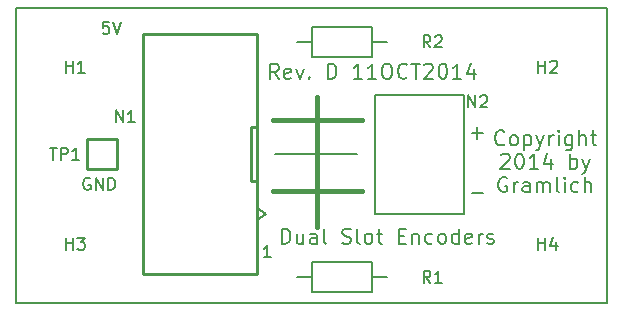
<source format=gto>
%FSLAX36Y36*%
G04 Gerber Fmt 3.6, Leading zero omitted, Abs format (unit inch)*
G04 Created by KiCad (PCBNEW (2014-jul-16 BZR unknown)-product) date Sat 11 Oct 2014 11:47:49 AM PDT*
%MOIN*%
G01*
G04 APERTURE LIST*
%ADD10C,0.003937*%
%ADD11C,0.008000*%
%ADD12C,0.015748*%
%ADD13C,0.007874*%
%ADD14C,0.005906*%
%ADD15C,0.010000*%
G04 APERTURE END LIST*
D10*
D11*
X5075000Y-4425000D02*
X4800000Y-4425000D01*
X5494048Y-4553571D02*
X5455952Y-4553571D01*
X5494048Y-4353571D02*
X5455952Y-4353571D01*
X5475000Y-4372619D02*
X5475000Y-4334524D01*
X4246190Y-3983095D02*
X4227143Y-3983095D01*
X4225238Y-4002143D01*
X4227143Y-4000238D01*
X4230952Y-3998333D01*
X4240476Y-3998333D01*
X4244286Y-4000238D01*
X4246190Y-4002143D01*
X4248095Y-4005952D01*
X4248095Y-4015476D01*
X4246190Y-4019286D01*
X4244286Y-4021190D01*
X4240476Y-4023095D01*
X4230952Y-4023095D01*
X4227143Y-4021190D01*
X4225238Y-4019286D01*
X4259524Y-3983095D02*
X4272857Y-4023095D01*
X4286190Y-3983095D01*
X4183571Y-4505000D02*
X4179762Y-4503095D01*
X4174048Y-4503095D01*
X4168333Y-4505000D01*
X4164524Y-4508810D01*
X4162619Y-4512619D01*
X4160714Y-4520238D01*
X4160714Y-4525952D01*
X4162619Y-4533571D01*
X4164524Y-4537381D01*
X4168333Y-4541190D01*
X4174048Y-4543095D01*
X4177857Y-4543095D01*
X4183571Y-4541190D01*
X4185476Y-4539286D01*
X4185476Y-4525952D01*
X4177857Y-4525952D01*
X4202619Y-4543095D02*
X4202619Y-4503095D01*
X4225476Y-4543095D01*
X4225476Y-4503095D01*
X4244524Y-4543095D02*
X4244524Y-4503095D01*
X4254048Y-4503095D01*
X4259762Y-4505000D01*
X4263571Y-4508810D01*
X4265476Y-4512619D01*
X4267381Y-4520238D01*
X4267381Y-4525952D01*
X4265476Y-4533571D01*
X4263571Y-4537381D01*
X4259762Y-4541190D01*
X4254048Y-4543095D01*
X4244524Y-4543095D01*
X4786429Y-4768095D02*
X4763571Y-4768095D01*
X4775000Y-4768095D02*
X4775000Y-4728095D01*
X4771191Y-4733810D01*
X4767381Y-4737619D01*
X4763571Y-4739524D01*
D12*
X4793307Y-4311024D02*
X5088583Y-4311024D01*
D11*
X5564286Y-4389857D02*
X5561905Y-4392238D01*
X5554762Y-4394619D01*
X5550000Y-4394619D01*
X5542857Y-4392238D01*
X5538095Y-4387476D01*
X5535714Y-4382714D01*
X5533333Y-4373190D01*
X5533333Y-4366048D01*
X5535714Y-4356524D01*
X5538095Y-4351762D01*
X5542857Y-4347000D01*
X5550000Y-4344619D01*
X5554762Y-4344619D01*
X5561905Y-4347000D01*
X5564286Y-4349381D01*
X5592857Y-4394619D02*
X5588095Y-4392238D01*
X5585714Y-4389857D01*
X5583333Y-4385095D01*
X5583333Y-4370810D01*
X5585714Y-4366048D01*
X5588095Y-4363667D01*
X5592857Y-4361286D01*
X5600000Y-4361286D01*
X5604762Y-4363667D01*
X5607143Y-4366048D01*
X5609524Y-4370810D01*
X5609524Y-4385095D01*
X5607143Y-4389857D01*
X5604762Y-4392238D01*
X5600000Y-4394619D01*
X5592857Y-4394619D01*
X5630952Y-4361286D02*
X5630952Y-4411286D01*
X5630952Y-4363667D02*
X5635714Y-4361286D01*
X5645238Y-4361286D01*
X5650000Y-4363667D01*
X5652381Y-4366048D01*
X5654762Y-4370810D01*
X5654762Y-4385095D01*
X5652381Y-4389857D01*
X5650000Y-4392238D01*
X5645238Y-4394619D01*
X5635714Y-4394619D01*
X5630952Y-4392238D01*
X5671429Y-4361286D02*
X5683333Y-4394619D01*
X5695238Y-4361286D02*
X5683333Y-4394619D01*
X5678571Y-4406524D01*
X5676191Y-4408905D01*
X5671429Y-4411286D01*
X5714286Y-4394619D02*
X5714286Y-4361286D01*
X5714286Y-4370810D02*
X5716667Y-4366048D01*
X5719048Y-4363667D01*
X5723810Y-4361286D01*
X5728571Y-4361286D01*
X5745238Y-4394619D02*
X5745238Y-4361286D01*
X5745238Y-4344619D02*
X5742857Y-4347000D01*
X5745238Y-4349381D01*
X5747619Y-4347000D01*
X5745238Y-4344619D01*
X5745238Y-4349381D01*
X5790476Y-4361286D02*
X5790476Y-4401762D01*
X5788095Y-4406524D01*
X5785714Y-4408905D01*
X5780952Y-4411286D01*
X5773810Y-4411286D01*
X5769048Y-4408905D01*
X5790476Y-4392238D02*
X5785714Y-4394619D01*
X5776191Y-4394619D01*
X5771429Y-4392238D01*
X5769048Y-4389857D01*
X5766667Y-4385095D01*
X5766667Y-4370810D01*
X5769048Y-4366048D01*
X5771429Y-4363667D01*
X5776191Y-4361286D01*
X5785714Y-4361286D01*
X5790476Y-4363667D01*
X5814286Y-4394619D02*
X5814286Y-4344619D01*
X5835714Y-4394619D02*
X5835714Y-4368429D01*
X5833333Y-4363667D01*
X5828571Y-4361286D01*
X5821429Y-4361286D01*
X5816667Y-4363667D01*
X5814286Y-4366048D01*
X5852381Y-4361286D02*
X5871429Y-4361286D01*
X5859524Y-4344619D02*
X5859524Y-4387476D01*
X5861905Y-4392238D01*
X5866667Y-4394619D01*
X5871429Y-4394619D01*
X5553571Y-4427381D02*
X5555952Y-4425000D01*
X5560714Y-4422619D01*
X5572619Y-4422619D01*
X5577381Y-4425000D01*
X5579762Y-4427381D01*
X5582143Y-4432143D01*
X5582143Y-4436905D01*
X5579762Y-4444048D01*
X5551190Y-4472619D01*
X5582143Y-4472619D01*
X5613095Y-4422619D02*
X5617857Y-4422619D01*
X5622619Y-4425000D01*
X5625000Y-4427381D01*
X5627381Y-4432143D01*
X5629762Y-4441667D01*
X5629762Y-4453571D01*
X5627381Y-4463095D01*
X5625000Y-4467857D01*
X5622619Y-4470238D01*
X5617857Y-4472619D01*
X5613095Y-4472619D01*
X5608333Y-4470238D01*
X5605952Y-4467857D01*
X5603571Y-4463095D01*
X5601190Y-4453571D01*
X5601190Y-4441667D01*
X5603571Y-4432143D01*
X5605952Y-4427381D01*
X5608333Y-4425000D01*
X5613095Y-4422619D01*
X5677381Y-4472619D02*
X5648810Y-4472619D01*
X5663095Y-4472619D02*
X5663095Y-4422619D01*
X5658333Y-4429762D01*
X5653571Y-4434524D01*
X5648810Y-4436905D01*
X5720238Y-4439286D02*
X5720238Y-4472619D01*
X5708333Y-4420238D02*
X5696429Y-4455952D01*
X5727381Y-4455952D01*
X5784524Y-4472619D02*
X5784524Y-4422619D01*
X5784524Y-4441667D02*
X5789286Y-4439286D01*
X5798810Y-4439286D01*
X5803571Y-4441667D01*
X5805952Y-4444048D01*
X5808333Y-4448810D01*
X5808333Y-4463095D01*
X5805952Y-4467857D01*
X5803571Y-4470238D01*
X5798810Y-4472619D01*
X5789286Y-4472619D01*
X5784524Y-4470238D01*
X5825000Y-4439286D02*
X5836905Y-4472619D01*
X5848810Y-4439286D02*
X5836905Y-4472619D01*
X5832143Y-4484524D01*
X5829762Y-4486905D01*
X5825000Y-4489286D01*
X5572619Y-4503000D02*
X5567857Y-4500619D01*
X5560714Y-4500619D01*
X5553571Y-4503000D01*
X5548810Y-4507762D01*
X5546429Y-4512524D01*
X5544048Y-4522048D01*
X5544048Y-4529190D01*
X5546429Y-4538714D01*
X5548810Y-4543476D01*
X5553571Y-4548238D01*
X5560714Y-4550619D01*
X5565476Y-4550619D01*
X5572619Y-4548238D01*
X5575000Y-4545857D01*
X5575000Y-4529190D01*
X5565476Y-4529190D01*
X5596429Y-4550619D02*
X5596429Y-4517286D01*
X5596429Y-4526810D02*
X5598810Y-4522048D01*
X5601190Y-4519667D01*
X5605952Y-4517286D01*
X5610714Y-4517286D01*
X5648810Y-4550619D02*
X5648810Y-4524429D01*
X5646429Y-4519667D01*
X5641667Y-4517286D01*
X5632143Y-4517286D01*
X5627381Y-4519667D01*
X5648810Y-4548238D02*
X5644048Y-4550619D01*
X5632143Y-4550619D01*
X5627381Y-4548238D01*
X5625000Y-4543476D01*
X5625000Y-4538714D01*
X5627381Y-4533952D01*
X5632143Y-4531571D01*
X5644048Y-4531571D01*
X5648810Y-4529190D01*
X5672619Y-4550619D02*
X5672619Y-4517286D01*
X5672619Y-4522048D02*
X5675000Y-4519667D01*
X5679762Y-4517286D01*
X5686905Y-4517286D01*
X5691667Y-4519667D01*
X5694048Y-4524429D01*
X5694048Y-4550619D01*
X5694048Y-4524429D02*
X5696429Y-4519667D01*
X5701190Y-4517286D01*
X5708333Y-4517286D01*
X5713095Y-4519667D01*
X5715476Y-4524429D01*
X5715476Y-4550619D01*
X5746429Y-4550619D02*
X5741667Y-4548238D01*
X5739286Y-4543476D01*
X5739286Y-4500619D01*
X5765476Y-4550619D02*
X5765476Y-4517286D01*
X5765476Y-4500619D02*
X5763095Y-4503000D01*
X5765476Y-4505381D01*
X5767857Y-4503000D01*
X5765476Y-4500619D01*
X5765476Y-4505381D01*
X5810714Y-4548238D02*
X5805952Y-4550619D01*
X5796429Y-4550619D01*
X5791667Y-4548238D01*
X5789286Y-4545857D01*
X5786905Y-4541095D01*
X5786905Y-4526810D01*
X5789286Y-4522048D01*
X5791667Y-4519667D01*
X5796429Y-4517286D01*
X5805952Y-4517286D01*
X5810714Y-4519667D01*
X5832143Y-4550619D02*
X5832143Y-4500619D01*
X5853571Y-4550619D02*
X5853571Y-4524429D01*
X5851190Y-4519667D01*
X5846429Y-4517286D01*
X5839286Y-4517286D01*
X5834524Y-4519667D01*
X5832143Y-4522048D01*
X4811905Y-4172619D02*
X4795238Y-4148810D01*
X4783333Y-4172619D02*
X4783333Y-4122619D01*
X4802381Y-4122619D01*
X4807143Y-4125000D01*
X4809524Y-4127381D01*
X4811905Y-4132143D01*
X4811905Y-4139286D01*
X4809524Y-4144048D01*
X4807143Y-4146429D01*
X4802381Y-4148810D01*
X4783333Y-4148810D01*
X4852381Y-4170238D02*
X4847619Y-4172619D01*
X4838095Y-4172619D01*
X4833333Y-4170238D01*
X4830952Y-4165476D01*
X4830952Y-4146429D01*
X4833333Y-4141667D01*
X4838095Y-4139286D01*
X4847619Y-4139286D01*
X4852381Y-4141667D01*
X4854762Y-4146429D01*
X4854762Y-4151190D01*
X4830952Y-4155952D01*
X4871429Y-4139286D02*
X4883333Y-4172619D01*
X4895238Y-4139286D01*
X4914286Y-4167857D02*
X4916667Y-4170238D01*
X4914286Y-4172619D01*
X4911905Y-4170238D01*
X4914286Y-4167857D01*
X4914286Y-4172619D01*
X4976190Y-4172619D02*
X4976190Y-4122619D01*
X4988095Y-4122619D01*
X4995238Y-4125000D01*
X5000000Y-4129762D01*
X5002381Y-4134524D01*
X5004762Y-4144048D01*
X5004762Y-4151190D01*
X5002381Y-4160714D01*
X5000000Y-4165476D01*
X4995238Y-4170238D01*
X4988095Y-4172619D01*
X4976190Y-4172619D01*
X5090476Y-4172619D02*
X5061905Y-4172619D01*
X5076190Y-4172619D02*
X5076190Y-4122619D01*
X5071429Y-4129762D01*
X5066667Y-4134524D01*
X5061905Y-4136905D01*
X5138095Y-4172619D02*
X5109524Y-4172619D01*
X5123810Y-4172619D02*
X5123810Y-4122619D01*
X5119048Y-4129762D01*
X5114286Y-4134524D01*
X5109524Y-4136905D01*
X5169048Y-4122619D02*
X5178571Y-4122619D01*
X5183333Y-4125000D01*
X5188095Y-4129762D01*
X5190476Y-4139286D01*
X5190476Y-4155952D01*
X5188095Y-4165476D01*
X5183333Y-4170238D01*
X5178571Y-4172619D01*
X5169048Y-4172619D01*
X5164286Y-4170238D01*
X5159524Y-4165476D01*
X5157143Y-4155952D01*
X5157143Y-4139286D01*
X5159524Y-4129762D01*
X5164286Y-4125000D01*
X5169048Y-4122619D01*
X5240476Y-4167857D02*
X5238095Y-4170238D01*
X5230952Y-4172619D01*
X5226190Y-4172619D01*
X5219048Y-4170238D01*
X5214286Y-4165476D01*
X5211905Y-4160714D01*
X5209524Y-4151190D01*
X5209524Y-4144048D01*
X5211905Y-4134524D01*
X5214286Y-4129762D01*
X5219048Y-4125000D01*
X5226190Y-4122619D01*
X5230952Y-4122619D01*
X5238095Y-4125000D01*
X5240476Y-4127381D01*
X5254762Y-4122619D02*
X5283333Y-4122619D01*
X5269048Y-4172619D02*
X5269048Y-4122619D01*
X5297619Y-4127381D02*
X5300000Y-4125000D01*
X5304762Y-4122619D01*
X5316667Y-4122619D01*
X5321429Y-4125000D01*
X5323810Y-4127381D01*
X5326190Y-4132143D01*
X5326190Y-4136905D01*
X5323810Y-4144048D01*
X5295238Y-4172619D01*
X5326190Y-4172619D01*
X5357143Y-4122619D02*
X5361905Y-4122619D01*
X5366667Y-4125000D01*
X5369048Y-4127381D01*
X5371429Y-4132143D01*
X5373810Y-4141667D01*
X5373810Y-4153571D01*
X5371429Y-4163095D01*
X5369048Y-4167857D01*
X5366667Y-4170238D01*
X5361905Y-4172619D01*
X5357143Y-4172619D01*
X5352381Y-4170238D01*
X5350000Y-4167857D01*
X5347619Y-4163095D01*
X5345238Y-4153571D01*
X5345238Y-4141667D01*
X5347619Y-4132143D01*
X5350000Y-4127381D01*
X5352381Y-4125000D01*
X5357143Y-4122619D01*
X5421429Y-4172619D02*
X5392857Y-4172619D01*
X5407143Y-4172619D02*
X5407143Y-4122619D01*
X5402381Y-4129762D01*
X5397619Y-4134524D01*
X5392857Y-4136905D01*
X5464286Y-4139286D02*
X5464286Y-4172619D01*
X5452381Y-4120238D02*
X5440476Y-4155952D01*
X5471429Y-4155952D01*
X4822619Y-4722619D02*
X4822619Y-4672619D01*
X4834524Y-4672619D01*
X4841667Y-4675000D01*
X4846429Y-4679762D01*
X4848810Y-4684524D01*
X4851190Y-4694048D01*
X4851190Y-4701190D01*
X4848810Y-4710714D01*
X4846429Y-4715476D01*
X4841667Y-4720238D01*
X4834524Y-4722619D01*
X4822619Y-4722619D01*
X4894048Y-4689286D02*
X4894048Y-4722619D01*
X4872619Y-4689286D02*
X4872619Y-4715476D01*
X4875000Y-4720238D01*
X4879762Y-4722619D01*
X4886905Y-4722619D01*
X4891667Y-4720238D01*
X4894048Y-4717857D01*
X4939286Y-4722619D02*
X4939286Y-4696429D01*
X4936905Y-4691667D01*
X4932143Y-4689286D01*
X4922619Y-4689286D01*
X4917857Y-4691667D01*
X4939286Y-4720238D02*
X4934524Y-4722619D01*
X4922619Y-4722619D01*
X4917857Y-4720238D01*
X4915476Y-4715476D01*
X4915476Y-4710714D01*
X4917857Y-4705952D01*
X4922619Y-4703571D01*
X4934524Y-4703571D01*
X4939286Y-4701190D01*
X4970238Y-4722619D02*
X4965476Y-4720238D01*
X4963095Y-4715476D01*
X4963095Y-4672619D01*
X5025000Y-4720238D02*
X5032143Y-4722619D01*
X5044048Y-4722619D01*
X5048810Y-4720238D01*
X5051191Y-4717857D01*
X5053571Y-4713095D01*
X5053571Y-4708333D01*
X5051191Y-4703571D01*
X5048810Y-4701190D01*
X5044048Y-4698810D01*
X5034524Y-4696429D01*
X5029762Y-4694048D01*
X5027381Y-4691667D01*
X5025000Y-4686905D01*
X5025000Y-4682143D01*
X5027381Y-4677381D01*
X5029762Y-4675000D01*
X5034524Y-4672619D01*
X5046429Y-4672619D01*
X5053571Y-4675000D01*
X5082143Y-4722619D02*
X5077381Y-4720238D01*
X5075000Y-4715476D01*
X5075000Y-4672619D01*
X5108333Y-4722619D02*
X5103571Y-4720238D01*
X5101191Y-4717857D01*
X5098810Y-4713095D01*
X5098810Y-4698810D01*
X5101191Y-4694048D01*
X5103571Y-4691667D01*
X5108333Y-4689286D01*
X5115476Y-4689286D01*
X5120238Y-4691667D01*
X5122619Y-4694048D01*
X5125000Y-4698810D01*
X5125000Y-4713095D01*
X5122619Y-4717857D01*
X5120238Y-4720238D01*
X5115476Y-4722619D01*
X5108333Y-4722619D01*
X5139286Y-4689286D02*
X5158333Y-4689286D01*
X5146429Y-4672619D02*
X5146429Y-4715476D01*
X5148810Y-4720238D01*
X5153571Y-4722619D01*
X5158333Y-4722619D01*
X5213095Y-4696429D02*
X5229762Y-4696429D01*
X5236905Y-4722619D02*
X5213095Y-4722619D01*
X5213095Y-4672619D01*
X5236905Y-4672619D01*
X5258333Y-4689286D02*
X5258333Y-4722619D01*
X5258333Y-4694048D02*
X5260714Y-4691667D01*
X5265476Y-4689286D01*
X5272619Y-4689286D01*
X5277381Y-4691667D01*
X5279762Y-4696429D01*
X5279762Y-4722619D01*
X5325000Y-4720238D02*
X5320238Y-4722619D01*
X5310714Y-4722619D01*
X5305952Y-4720238D01*
X5303571Y-4717857D01*
X5301191Y-4713095D01*
X5301191Y-4698810D01*
X5303571Y-4694048D01*
X5305952Y-4691667D01*
X5310714Y-4689286D01*
X5320238Y-4689286D01*
X5325000Y-4691667D01*
X5353571Y-4722619D02*
X5348810Y-4720238D01*
X5346429Y-4717857D01*
X5344048Y-4713095D01*
X5344048Y-4698810D01*
X5346429Y-4694048D01*
X5348810Y-4691667D01*
X5353571Y-4689286D01*
X5360714Y-4689286D01*
X5365476Y-4691667D01*
X5367857Y-4694048D01*
X5370238Y-4698810D01*
X5370238Y-4713095D01*
X5367857Y-4717857D01*
X5365476Y-4720238D01*
X5360714Y-4722619D01*
X5353571Y-4722619D01*
X5413095Y-4722619D02*
X5413095Y-4672619D01*
X5413095Y-4720238D02*
X5408333Y-4722619D01*
X5398810Y-4722619D01*
X5394048Y-4720238D01*
X5391667Y-4717857D01*
X5389286Y-4713095D01*
X5389286Y-4698810D01*
X5391667Y-4694048D01*
X5394048Y-4691667D01*
X5398810Y-4689286D01*
X5408333Y-4689286D01*
X5413095Y-4691667D01*
X5455952Y-4720238D02*
X5451191Y-4722619D01*
X5441667Y-4722619D01*
X5436905Y-4720238D01*
X5434524Y-4715476D01*
X5434524Y-4696429D01*
X5436905Y-4691667D01*
X5441667Y-4689286D01*
X5451191Y-4689286D01*
X5455952Y-4691667D01*
X5458333Y-4696429D01*
X5458333Y-4701190D01*
X5434524Y-4705952D01*
X5479762Y-4722619D02*
X5479762Y-4689286D01*
X5479762Y-4698810D02*
X5482143Y-4694048D01*
X5484524Y-4691667D01*
X5489286Y-4689286D01*
X5494048Y-4689286D01*
X5508333Y-4720238D02*
X5513095Y-4722619D01*
X5522619Y-4722619D01*
X5527381Y-4720238D01*
X5529762Y-4715476D01*
X5529762Y-4713095D01*
X5527381Y-4708333D01*
X5522619Y-4705952D01*
X5515476Y-4705952D01*
X5510714Y-4703571D01*
X5508333Y-4698810D01*
X5508333Y-4696429D01*
X5510714Y-4691667D01*
X5515476Y-4689286D01*
X5522619Y-4689286D01*
X5527381Y-4691667D01*
D12*
X4793307Y-4547244D02*
X5088583Y-4547244D01*
X4940945Y-4232283D02*
X4940945Y-4665354D01*
D11*
X3937008Y-4921260D02*
X3937008Y-3937008D01*
X5905512Y-4921260D02*
X3937008Y-4921260D01*
X5905512Y-3937008D02*
X5905512Y-4921260D01*
X3937008Y-3937008D02*
X5905512Y-3937008D01*
D13*
X3937008Y-3937008D02*
X5905512Y-3937008D01*
D14*
X4925000Y-4835000D02*
X4875000Y-4835000D01*
X5125000Y-4835000D02*
X5175000Y-4835000D01*
X5125000Y-4885000D02*
X5125000Y-4785000D01*
X5125000Y-4785000D02*
X4925000Y-4785000D01*
X4925000Y-4785000D02*
X4925000Y-4885000D01*
X4925000Y-4885000D02*
X5125000Y-4885000D01*
X4925000Y-4050000D02*
X4875000Y-4050000D01*
X5125000Y-4050000D02*
X5175000Y-4050000D01*
X5125000Y-4100000D02*
X5125000Y-4000000D01*
X5125000Y-4000000D02*
X4925000Y-4000000D01*
X4925000Y-4000000D02*
X4925000Y-4100000D01*
X4925000Y-4100000D02*
X5125000Y-4100000D01*
D15*
X4175000Y-4375000D02*
X4175000Y-4475000D01*
X4175000Y-4475000D02*
X4275000Y-4475000D01*
X4275000Y-4475000D02*
X4275000Y-4375000D01*
X4275000Y-4375000D02*
X4175000Y-4375000D01*
D11*
X5134646Y-4621850D02*
X5429921Y-4621850D01*
X5429921Y-4621850D02*
X5429921Y-4228150D01*
X5429921Y-4228150D02*
X5134646Y-4228150D01*
X5134646Y-4228150D02*
X5134646Y-4621850D01*
D14*
X4770000Y-4625000D02*
X4740000Y-4645000D01*
X4770000Y-4625000D02*
X4740000Y-4605000D01*
D15*
X4740000Y-4335000D02*
X4720000Y-4335000D01*
X4720000Y-4335000D02*
X4720000Y-4515000D01*
X4720000Y-4515000D02*
X4740000Y-4515000D01*
X4360000Y-4825000D02*
X4360000Y-4025000D01*
X4360000Y-4025000D02*
X4740000Y-4025000D01*
X4740000Y-4025000D02*
X4740000Y-4825000D01*
X4740000Y-4825000D02*
X4360000Y-4825000D01*
D11*
X4103382Y-4151954D02*
X4103382Y-4111954D01*
X4103382Y-4131001D02*
X4126239Y-4131001D01*
X4126239Y-4151954D02*
X4126239Y-4111954D01*
X4166239Y-4151954D02*
X4143382Y-4151954D01*
X4154811Y-4151954D02*
X4154811Y-4111954D01*
X4151001Y-4117668D01*
X4147192Y-4121477D01*
X4143382Y-4123382D01*
X5678185Y-4151954D02*
X5678185Y-4111954D01*
X5678185Y-4131001D02*
X5701042Y-4131001D01*
X5701042Y-4151954D02*
X5701042Y-4111954D01*
X5718185Y-4115763D02*
X5720090Y-4113858D01*
X5723900Y-4111954D01*
X5733423Y-4111954D01*
X5737233Y-4113858D01*
X5739138Y-4115763D01*
X5741042Y-4119573D01*
X5741042Y-4123382D01*
X5739138Y-4129096D01*
X5716280Y-4151954D01*
X5741042Y-4151954D01*
X4103382Y-4742505D02*
X4103382Y-4702505D01*
X4103382Y-4721552D02*
X4126239Y-4721552D01*
X4126239Y-4742505D02*
X4126239Y-4702505D01*
X4141477Y-4702505D02*
X4166239Y-4702505D01*
X4152906Y-4717743D01*
X4158620Y-4717743D01*
X4162430Y-4719648D01*
X4164334Y-4721552D01*
X4166239Y-4725362D01*
X4166239Y-4734886D01*
X4164334Y-4738695D01*
X4162430Y-4740600D01*
X4158620Y-4742505D01*
X4147192Y-4742505D01*
X4143382Y-4740600D01*
X4141477Y-4738695D01*
X5678185Y-4742505D02*
X5678185Y-4702505D01*
X5678185Y-4721552D02*
X5701042Y-4721552D01*
X5701042Y-4742505D02*
X5701042Y-4702505D01*
X5737233Y-4715838D02*
X5737233Y-4742505D01*
X5727709Y-4700600D02*
X5718185Y-4729171D01*
X5742947Y-4729171D01*
X5318333Y-4853095D02*
X5305000Y-4834048D01*
X5295476Y-4853095D02*
X5295476Y-4813095D01*
X5310714Y-4813095D01*
X5314524Y-4815000D01*
X5316429Y-4816905D01*
X5318333Y-4820714D01*
X5318333Y-4826429D01*
X5316429Y-4830238D01*
X5314524Y-4832143D01*
X5310714Y-4834048D01*
X5295476Y-4834048D01*
X5356429Y-4853095D02*
X5333571Y-4853095D01*
X5345000Y-4853095D02*
X5345000Y-4813095D01*
X5341191Y-4818810D01*
X5337381Y-4822619D01*
X5333571Y-4824524D01*
X5318333Y-4068095D02*
X5305000Y-4049048D01*
X5295476Y-4068095D02*
X5295476Y-4028095D01*
X5310714Y-4028095D01*
X5314524Y-4030000D01*
X5316429Y-4031905D01*
X5318333Y-4035714D01*
X5318333Y-4041429D01*
X5316429Y-4045238D01*
X5314524Y-4047143D01*
X5310714Y-4049048D01*
X5295476Y-4049048D01*
X5333571Y-4031905D02*
X5335476Y-4030000D01*
X5339286Y-4028095D01*
X5348810Y-4028095D01*
X5352619Y-4030000D01*
X5354524Y-4031905D01*
X5356429Y-4035714D01*
X5356429Y-4039524D01*
X5354524Y-4045238D01*
X5331667Y-4068095D01*
X5356429Y-4068095D01*
X4049524Y-4403095D02*
X4072381Y-4403095D01*
X4060952Y-4443095D02*
X4060952Y-4403095D01*
X4085714Y-4443095D02*
X4085714Y-4403095D01*
X4100952Y-4403095D01*
X4104762Y-4405000D01*
X4106667Y-4406905D01*
X4108571Y-4410714D01*
X4108571Y-4416429D01*
X4106667Y-4420238D01*
X4104762Y-4422143D01*
X4100952Y-4424048D01*
X4085714Y-4424048D01*
X4146667Y-4443095D02*
X4123810Y-4443095D01*
X4135238Y-4443095D02*
X4135238Y-4403095D01*
X4131429Y-4408810D01*
X4127619Y-4412619D01*
X4123810Y-4414524D01*
X5444524Y-4268095D02*
X5444524Y-4228095D01*
X5467381Y-4268095D01*
X5467381Y-4228095D01*
X5484524Y-4231905D02*
X5486429Y-4230000D01*
X5490238Y-4228095D01*
X5499762Y-4228095D01*
X5503571Y-4230000D01*
X5505476Y-4231905D01*
X5507381Y-4235714D01*
X5507381Y-4239524D01*
X5505476Y-4245238D01*
X5482619Y-4268095D01*
X5507381Y-4268095D01*
X4269524Y-4318095D02*
X4269524Y-4278095D01*
X4292381Y-4318095D01*
X4292381Y-4278095D01*
X4332381Y-4318095D02*
X4309524Y-4318095D01*
X4320952Y-4318095D02*
X4320952Y-4278095D01*
X4317143Y-4283810D01*
X4313333Y-4287619D01*
X4309524Y-4289524D01*
M02*

</source>
